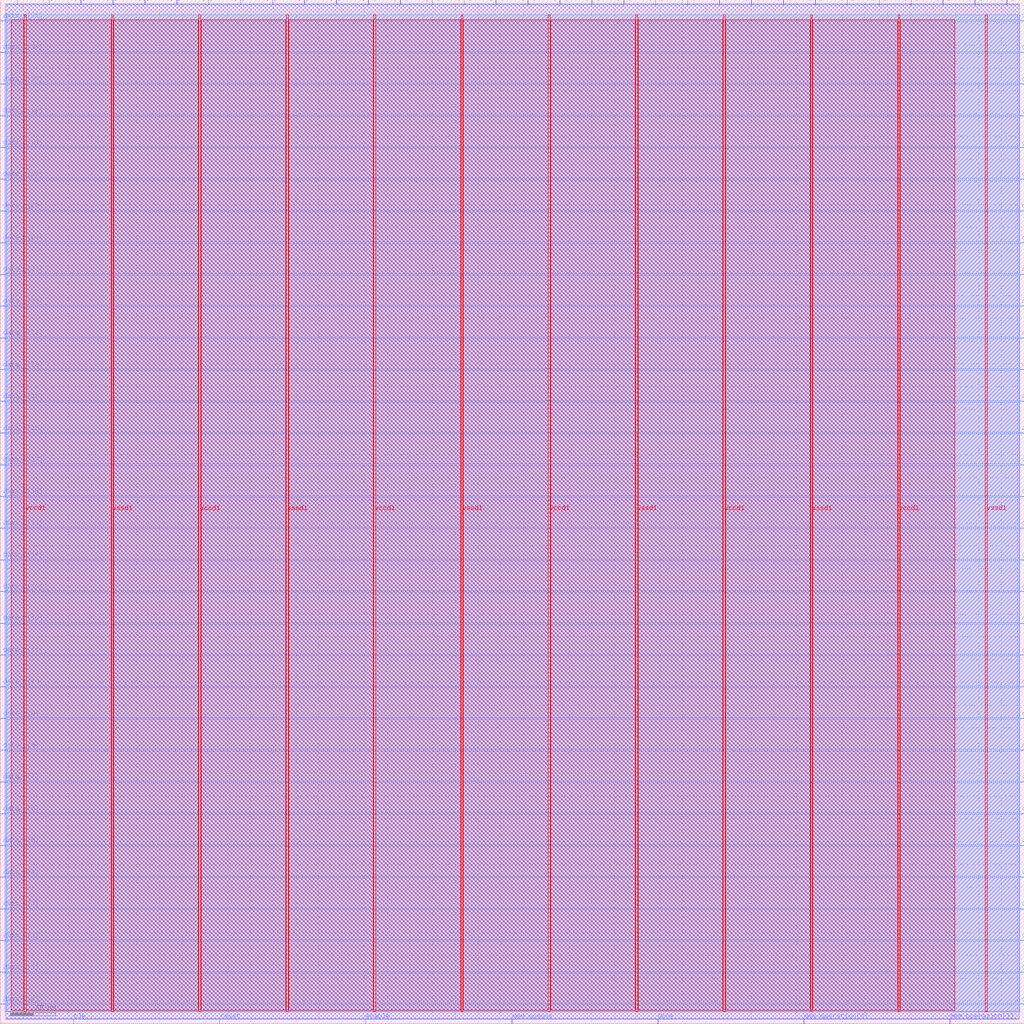
<source format=lef>
VERSION 5.7 ;
  NOWIREEXTENSIONATPIN ON ;
  DIVIDERCHAR "/" ;
  BUSBITCHARS "[]" ;
MACRO Matrix_Multiplication
  CLASS BLOCK ;
  FOREIGN Matrix_Multiplication ;
  ORIGIN 0.000 0.000 ;
  SIZE 900.000 BY 900.000 ;
  PIN addr_o[0]
    DIRECTION OUTPUT TRISTATE ;
    USE SIGNAL ;
    PORT
      LAYER met2 ;
        RECT 14.810 896.000 15.090 900.000 ;
    END
  END addr_o[0]
  PIN addr_o[10]
    DIRECTION OUTPUT TRISTATE ;
    USE SIGNAL ;
    PORT
      LAYER met2 ;
        RECT 295.410 896.000 295.690 900.000 ;
    END
  END addr_o[10]
  PIN addr_o[11]
    DIRECTION OUTPUT TRISTATE ;
    USE SIGNAL ;
    PORT
      LAYER met2 ;
        RECT 323.470 896.000 323.750 900.000 ;
    END
  END addr_o[11]
  PIN addr_o[12]
    DIRECTION OUTPUT TRISTATE ;
    USE SIGNAL ;
    PORT
      LAYER met2 ;
        RECT 351.530 896.000 351.810 900.000 ;
    END
  END addr_o[12]
  PIN addr_o[13]
    DIRECTION OUTPUT TRISTATE ;
    USE SIGNAL ;
    PORT
      LAYER met2 ;
        RECT 379.590 896.000 379.870 900.000 ;
    END
  END addr_o[13]
  PIN addr_o[14]
    DIRECTION OUTPUT TRISTATE ;
    USE SIGNAL ;
    PORT
      LAYER met2 ;
        RECT 407.650 896.000 407.930 900.000 ;
    END
  END addr_o[14]
  PIN addr_o[15]
    DIRECTION OUTPUT TRISTATE ;
    USE SIGNAL ;
    PORT
      LAYER met2 ;
        RECT 435.710 896.000 435.990 900.000 ;
    END
  END addr_o[15]
  PIN addr_o[16]
    DIRECTION OUTPUT TRISTATE ;
    USE SIGNAL ;
    PORT
      LAYER met2 ;
        RECT 463.770 896.000 464.050 900.000 ;
    END
  END addr_o[16]
  PIN addr_o[17]
    DIRECTION OUTPUT TRISTATE ;
    USE SIGNAL ;
    PORT
      LAYER met2 ;
        RECT 491.830 896.000 492.110 900.000 ;
    END
  END addr_o[17]
  PIN addr_o[18]
    DIRECTION OUTPUT TRISTATE ;
    USE SIGNAL ;
    PORT
      LAYER met2 ;
        RECT 519.890 896.000 520.170 900.000 ;
    END
  END addr_o[18]
  PIN addr_o[19]
    DIRECTION OUTPUT TRISTATE ;
    USE SIGNAL ;
    PORT
      LAYER met2 ;
        RECT 547.950 896.000 548.230 900.000 ;
    END
  END addr_o[19]
  PIN addr_o[1]
    DIRECTION OUTPUT TRISTATE ;
    USE SIGNAL ;
    PORT
      LAYER met2 ;
        RECT 42.870 896.000 43.150 900.000 ;
    END
  END addr_o[1]
  PIN addr_o[20]
    DIRECTION OUTPUT TRISTATE ;
    USE SIGNAL ;
    PORT
      LAYER met2 ;
        RECT 576.010 896.000 576.290 900.000 ;
    END
  END addr_o[20]
  PIN addr_o[21]
    DIRECTION OUTPUT TRISTATE ;
    USE SIGNAL ;
    PORT
      LAYER met2 ;
        RECT 604.070 896.000 604.350 900.000 ;
    END
  END addr_o[21]
  PIN addr_o[22]
    DIRECTION OUTPUT TRISTATE ;
    USE SIGNAL ;
    PORT
      LAYER met2 ;
        RECT 632.130 896.000 632.410 900.000 ;
    END
  END addr_o[22]
  PIN addr_o[23]
    DIRECTION OUTPUT TRISTATE ;
    USE SIGNAL ;
    PORT
      LAYER met2 ;
        RECT 660.190 896.000 660.470 900.000 ;
    END
  END addr_o[23]
  PIN addr_o[24]
    DIRECTION OUTPUT TRISTATE ;
    USE SIGNAL ;
    PORT
      LAYER met2 ;
        RECT 688.250 896.000 688.530 900.000 ;
    END
  END addr_o[24]
  PIN addr_o[25]
    DIRECTION OUTPUT TRISTATE ;
    USE SIGNAL ;
    PORT
      LAYER met2 ;
        RECT 716.310 896.000 716.590 900.000 ;
    END
  END addr_o[25]
  PIN addr_o[26]
    DIRECTION OUTPUT TRISTATE ;
    USE SIGNAL ;
    PORT
      LAYER met2 ;
        RECT 744.370 896.000 744.650 900.000 ;
    END
  END addr_o[26]
  PIN addr_o[27]
    DIRECTION OUTPUT TRISTATE ;
    USE SIGNAL ;
    PORT
      LAYER met2 ;
        RECT 772.430 896.000 772.710 900.000 ;
    END
  END addr_o[27]
  PIN addr_o[28]
    DIRECTION OUTPUT TRISTATE ;
    USE SIGNAL ;
    PORT
      LAYER met2 ;
        RECT 800.490 896.000 800.770 900.000 ;
    END
  END addr_o[28]
  PIN addr_o[29]
    DIRECTION OUTPUT TRISTATE ;
    USE SIGNAL ;
    PORT
      LAYER met2 ;
        RECT 828.550 896.000 828.830 900.000 ;
    END
  END addr_o[29]
  PIN addr_o[2]
    DIRECTION OUTPUT TRISTATE ;
    USE SIGNAL ;
    PORT
      LAYER met2 ;
        RECT 70.930 896.000 71.210 900.000 ;
    END
  END addr_o[2]
  PIN addr_o[30]
    DIRECTION OUTPUT TRISTATE ;
    USE SIGNAL ;
    PORT
      LAYER met2 ;
        RECT 856.610 896.000 856.890 900.000 ;
    END
  END addr_o[30]
  PIN addr_o[31]
    DIRECTION OUTPUT TRISTATE ;
    USE SIGNAL ;
    PORT
      LAYER met2 ;
        RECT 884.670 896.000 884.950 900.000 ;
    END
  END addr_o[31]
  PIN addr_o[3]
    DIRECTION OUTPUT TRISTATE ;
    USE SIGNAL ;
    PORT
      LAYER met2 ;
        RECT 98.990 896.000 99.270 900.000 ;
    END
  END addr_o[3]
  PIN addr_o[4]
    DIRECTION OUTPUT TRISTATE ;
    USE SIGNAL ;
    PORT
      LAYER met2 ;
        RECT 127.050 896.000 127.330 900.000 ;
    END
  END addr_o[4]
  PIN addr_o[5]
    DIRECTION OUTPUT TRISTATE ;
    USE SIGNAL ;
    PORT
      LAYER met2 ;
        RECT 155.110 896.000 155.390 900.000 ;
    END
  END addr_o[5]
  PIN addr_o[6]
    DIRECTION OUTPUT TRISTATE ;
    USE SIGNAL ;
    PORT
      LAYER met2 ;
        RECT 183.170 896.000 183.450 900.000 ;
    END
  END addr_o[6]
  PIN addr_o[7]
    DIRECTION OUTPUT TRISTATE ;
    USE SIGNAL ;
    PORT
      LAYER met2 ;
        RECT 211.230 896.000 211.510 900.000 ;
    END
  END addr_o[7]
  PIN addr_o[8]
    DIRECTION OUTPUT TRISTATE ;
    USE SIGNAL ;
    PORT
      LAYER met2 ;
        RECT 239.290 896.000 239.570 900.000 ;
    END
  END addr_o[8]
  PIN addr_o[9]
    DIRECTION OUTPUT TRISTATE ;
    USE SIGNAL ;
    PORT
      LAYER met2 ;
        RECT 267.350 896.000 267.630 900.000 ;
    END
  END addr_o[9]
  PIN clk
    DIRECTION INPUT ;
    USE SIGNAL ;
    PORT
      LAYER met2 ;
        RECT 64.490 0.000 64.770 4.000 ;
    END
  END clk
  PIN data_i[0]
    DIRECTION INPUT ;
    USE SIGNAL ;
    PORT
      LAYER met3 ;
        RECT 896.000 17.040 900.000 17.640 ;
    END
  END data_i[0]
  PIN data_i[10]
    DIRECTION INPUT ;
    USE SIGNAL ;
    PORT
      LAYER met3 ;
        RECT 896.000 295.840 900.000 296.440 ;
    END
  END data_i[10]
  PIN data_i[11]
    DIRECTION INPUT ;
    USE SIGNAL ;
    PORT
      LAYER met3 ;
        RECT 896.000 323.720 900.000 324.320 ;
    END
  END data_i[11]
  PIN data_i[12]
    DIRECTION INPUT ;
    USE SIGNAL ;
    PORT
      LAYER met3 ;
        RECT 896.000 351.600 900.000 352.200 ;
    END
  END data_i[12]
  PIN data_i[13]
    DIRECTION INPUT ;
    USE SIGNAL ;
    PORT
      LAYER met3 ;
        RECT 896.000 379.480 900.000 380.080 ;
    END
  END data_i[13]
  PIN data_i[14]
    DIRECTION INPUT ;
    USE SIGNAL ;
    PORT
      LAYER met3 ;
        RECT 896.000 407.360 900.000 407.960 ;
    END
  END data_i[14]
  PIN data_i[15]
    DIRECTION INPUT ;
    USE SIGNAL ;
    PORT
      LAYER met3 ;
        RECT 896.000 435.240 900.000 435.840 ;
    END
  END data_i[15]
  PIN data_i[16]
    DIRECTION INPUT ;
    USE SIGNAL ;
    PORT
      LAYER met3 ;
        RECT 896.000 463.120 900.000 463.720 ;
    END
  END data_i[16]
  PIN data_i[17]
    DIRECTION INPUT ;
    USE SIGNAL ;
    PORT
      LAYER met3 ;
        RECT 896.000 491.000 900.000 491.600 ;
    END
  END data_i[17]
  PIN data_i[18]
    DIRECTION INPUT ;
    USE SIGNAL ;
    PORT
      LAYER met3 ;
        RECT 896.000 518.880 900.000 519.480 ;
    END
  END data_i[18]
  PIN data_i[19]
    DIRECTION INPUT ;
    USE SIGNAL ;
    PORT
      LAYER met3 ;
        RECT 896.000 546.760 900.000 547.360 ;
    END
  END data_i[19]
  PIN data_i[1]
    DIRECTION INPUT ;
    USE SIGNAL ;
    PORT
      LAYER met3 ;
        RECT 896.000 44.920 900.000 45.520 ;
    END
  END data_i[1]
  PIN data_i[20]
    DIRECTION INPUT ;
    USE SIGNAL ;
    PORT
      LAYER met3 ;
        RECT 896.000 574.640 900.000 575.240 ;
    END
  END data_i[20]
  PIN data_i[21]
    DIRECTION INPUT ;
    USE SIGNAL ;
    PORT
      LAYER met3 ;
        RECT 896.000 602.520 900.000 603.120 ;
    END
  END data_i[21]
  PIN data_i[22]
    DIRECTION INPUT ;
    USE SIGNAL ;
    PORT
      LAYER met3 ;
        RECT 896.000 630.400 900.000 631.000 ;
    END
  END data_i[22]
  PIN data_i[23]
    DIRECTION INPUT ;
    USE SIGNAL ;
    PORT
      LAYER met3 ;
        RECT 896.000 658.280 900.000 658.880 ;
    END
  END data_i[23]
  PIN data_i[24]
    DIRECTION INPUT ;
    USE SIGNAL ;
    PORT
      LAYER met3 ;
        RECT 896.000 686.160 900.000 686.760 ;
    END
  END data_i[24]
  PIN data_i[25]
    DIRECTION INPUT ;
    USE SIGNAL ;
    PORT
      LAYER met3 ;
        RECT 896.000 714.040 900.000 714.640 ;
    END
  END data_i[25]
  PIN data_i[26]
    DIRECTION INPUT ;
    USE SIGNAL ;
    PORT
      LAYER met3 ;
        RECT 896.000 741.920 900.000 742.520 ;
    END
  END data_i[26]
  PIN data_i[27]
    DIRECTION INPUT ;
    USE SIGNAL ;
    PORT
      LAYER met3 ;
        RECT 896.000 769.800 900.000 770.400 ;
    END
  END data_i[27]
  PIN data_i[28]
    DIRECTION INPUT ;
    USE SIGNAL ;
    PORT
      LAYER met3 ;
        RECT 896.000 797.680 900.000 798.280 ;
    END
  END data_i[28]
  PIN data_i[29]
    DIRECTION INPUT ;
    USE SIGNAL ;
    PORT
      LAYER met3 ;
        RECT 896.000 825.560 900.000 826.160 ;
    END
  END data_i[29]
  PIN data_i[2]
    DIRECTION INPUT ;
    USE SIGNAL ;
    PORT
      LAYER met3 ;
        RECT 896.000 72.800 900.000 73.400 ;
    END
  END data_i[2]
  PIN data_i[30]
    DIRECTION INPUT ;
    USE SIGNAL ;
    PORT
      LAYER met3 ;
        RECT 896.000 853.440 900.000 854.040 ;
    END
  END data_i[30]
  PIN data_i[31]
    DIRECTION INPUT ;
    USE SIGNAL ;
    PORT
      LAYER met3 ;
        RECT 896.000 881.320 900.000 881.920 ;
    END
  END data_i[31]
  PIN data_i[3]
    DIRECTION INPUT ;
    USE SIGNAL ;
    PORT
      LAYER met3 ;
        RECT 896.000 100.680 900.000 101.280 ;
    END
  END data_i[3]
  PIN data_i[4]
    DIRECTION INPUT ;
    USE SIGNAL ;
    PORT
      LAYER met3 ;
        RECT 896.000 128.560 900.000 129.160 ;
    END
  END data_i[4]
  PIN data_i[5]
    DIRECTION INPUT ;
    USE SIGNAL ;
    PORT
      LAYER met3 ;
        RECT 896.000 156.440 900.000 157.040 ;
    END
  END data_i[5]
  PIN data_i[6]
    DIRECTION INPUT ;
    USE SIGNAL ;
    PORT
      LAYER met3 ;
        RECT 896.000 184.320 900.000 184.920 ;
    END
  END data_i[6]
  PIN data_i[7]
    DIRECTION INPUT ;
    USE SIGNAL ;
    PORT
      LAYER met3 ;
        RECT 896.000 212.200 900.000 212.800 ;
    END
  END data_i[7]
  PIN data_i[8]
    DIRECTION INPUT ;
    USE SIGNAL ;
    PORT
      LAYER met3 ;
        RECT 896.000 240.080 900.000 240.680 ;
    END
  END data_i[8]
  PIN data_i[9]
    DIRECTION INPUT ;
    USE SIGNAL ;
    PORT
      LAYER met3 ;
        RECT 896.000 267.960 900.000 268.560 ;
    END
  END data_i[9]
  PIN data_o[0]
    DIRECTION OUTPUT TRISTATE ;
    USE SIGNAL ;
    PORT
      LAYER met3 ;
        RECT 0.000 17.040 4.000 17.640 ;
    END
  END data_o[0]
  PIN data_o[10]
    DIRECTION OUTPUT TRISTATE ;
    USE SIGNAL ;
    PORT
      LAYER met3 ;
        RECT 0.000 295.840 4.000 296.440 ;
    END
  END data_o[10]
  PIN data_o[11]
    DIRECTION OUTPUT TRISTATE ;
    USE SIGNAL ;
    PORT
      LAYER met3 ;
        RECT 0.000 323.720 4.000 324.320 ;
    END
  END data_o[11]
  PIN data_o[12]
    DIRECTION OUTPUT TRISTATE ;
    USE SIGNAL ;
    PORT
      LAYER met3 ;
        RECT 0.000 351.600 4.000 352.200 ;
    END
  END data_o[12]
  PIN data_o[13]
    DIRECTION OUTPUT TRISTATE ;
    USE SIGNAL ;
    PORT
      LAYER met3 ;
        RECT 0.000 379.480 4.000 380.080 ;
    END
  END data_o[13]
  PIN data_o[14]
    DIRECTION OUTPUT TRISTATE ;
    USE SIGNAL ;
    PORT
      LAYER met3 ;
        RECT 0.000 407.360 4.000 407.960 ;
    END
  END data_o[14]
  PIN data_o[15]
    DIRECTION OUTPUT TRISTATE ;
    USE SIGNAL ;
    PORT
      LAYER met3 ;
        RECT 0.000 435.240 4.000 435.840 ;
    END
  END data_o[15]
  PIN data_o[16]
    DIRECTION OUTPUT TRISTATE ;
    USE SIGNAL ;
    PORT
      LAYER met3 ;
        RECT 0.000 463.120 4.000 463.720 ;
    END
  END data_o[16]
  PIN data_o[17]
    DIRECTION OUTPUT TRISTATE ;
    USE SIGNAL ;
    PORT
      LAYER met3 ;
        RECT 0.000 491.000 4.000 491.600 ;
    END
  END data_o[17]
  PIN data_o[18]
    DIRECTION OUTPUT TRISTATE ;
    USE SIGNAL ;
    PORT
      LAYER met3 ;
        RECT 0.000 518.880 4.000 519.480 ;
    END
  END data_o[18]
  PIN data_o[19]
    DIRECTION OUTPUT TRISTATE ;
    USE SIGNAL ;
    PORT
      LAYER met3 ;
        RECT 0.000 546.760 4.000 547.360 ;
    END
  END data_o[19]
  PIN data_o[1]
    DIRECTION OUTPUT TRISTATE ;
    USE SIGNAL ;
    PORT
      LAYER met3 ;
        RECT 0.000 44.920 4.000 45.520 ;
    END
  END data_o[1]
  PIN data_o[20]
    DIRECTION OUTPUT TRISTATE ;
    USE SIGNAL ;
    PORT
      LAYER met3 ;
        RECT 0.000 574.640 4.000 575.240 ;
    END
  END data_o[20]
  PIN data_o[21]
    DIRECTION OUTPUT TRISTATE ;
    USE SIGNAL ;
    PORT
      LAYER met3 ;
        RECT 0.000 602.520 4.000 603.120 ;
    END
  END data_o[21]
  PIN data_o[22]
    DIRECTION OUTPUT TRISTATE ;
    USE SIGNAL ;
    PORT
      LAYER met3 ;
        RECT 0.000 630.400 4.000 631.000 ;
    END
  END data_o[22]
  PIN data_o[23]
    DIRECTION OUTPUT TRISTATE ;
    USE SIGNAL ;
    PORT
      LAYER met3 ;
        RECT 0.000 658.280 4.000 658.880 ;
    END
  END data_o[23]
  PIN data_o[24]
    DIRECTION OUTPUT TRISTATE ;
    USE SIGNAL ;
    PORT
      LAYER met3 ;
        RECT 0.000 686.160 4.000 686.760 ;
    END
  END data_o[24]
  PIN data_o[25]
    DIRECTION OUTPUT TRISTATE ;
    USE SIGNAL ;
    PORT
      LAYER met3 ;
        RECT 0.000 714.040 4.000 714.640 ;
    END
  END data_o[25]
  PIN data_o[26]
    DIRECTION OUTPUT TRISTATE ;
    USE SIGNAL ;
    PORT
      LAYER met3 ;
        RECT 0.000 741.920 4.000 742.520 ;
    END
  END data_o[26]
  PIN data_o[27]
    DIRECTION OUTPUT TRISTATE ;
    USE SIGNAL ;
    PORT
      LAYER met3 ;
        RECT 0.000 769.800 4.000 770.400 ;
    END
  END data_o[27]
  PIN data_o[28]
    DIRECTION OUTPUT TRISTATE ;
    USE SIGNAL ;
    PORT
      LAYER met3 ;
        RECT 0.000 797.680 4.000 798.280 ;
    END
  END data_o[28]
  PIN data_o[29]
    DIRECTION OUTPUT TRISTATE ;
    USE SIGNAL ;
    PORT
      LAYER met3 ;
        RECT 0.000 825.560 4.000 826.160 ;
    END
  END data_o[29]
  PIN data_o[2]
    DIRECTION OUTPUT TRISTATE ;
    USE SIGNAL ;
    PORT
      LAYER met3 ;
        RECT 0.000 72.800 4.000 73.400 ;
    END
  END data_o[2]
  PIN data_o[30]
    DIRECTION OUTPUT TRISTATE ;
    USE SIGNAL ;
    PORT
      LAYER met3 ;
        RECT 0.000 853.440 4.000 854.040 ;
    END
  END data_o[30]
  PIN data_o[31]
    DIRECTION OUTPUT TRISTATE ;
    USE SIGNAL ;
    PORT
      LAYER met3 ;
        RECT 0.000 881.320 4.000 881.920 ;
    END
  END data_o[31]
  PIN data_o[3]
    DIRECTION OUTPUT TRISTATE ;
    USE SIGNAL ;
    PORT
      LAYER met3 ;
        RECT 0.000 100.680 4.000 101.280 ;
    END
  END data_o[3]
  PIN data_o[4]
    DIRECTION OUTPUT TRISTATE ;
    USE SIGNAL ;
    PORT
      LAYER met3 ;
        RECT 0.000 128.560 4.000 129.160 ;
    END
  END data_o[4]
  PIN data_o[5]
    DIRECTION OUTPUT TRISTATE ;
    USE SIGNAL ;
    PORT
      LAYER met3 ;
        RECT 0.000 156.440 4.000 157.040 ;
    END
  END data_o[5]
  PIN data_o[6]
    DIRECTION OUTPUT TRISTATE ;
    USE SIGNAL ;
    PORT
      LAYER met3 ;
        RECT 0.000 184.320 4.000 184.920 ;
    END
  END data_o[6]
  PIN data_o[7]
    DIRECTION OUTPUT TRISTATE ;
    USE SIGNAL ;
    PORT
      LAYER met3 ;
        RECT 0.000 212.200 4.000 212.800 ;
    END
  END data_o[7]
  PIN data_o[8]
    DIRECTION OUTPUT TRISTATE ;
    USE SIGNAL ;
    PORT
      LAYER met3 ;
        RECT 0.000 240.080 4.000 240.680 ;
    END
  END data_o[8]
  PIN data_o[9]
    DIRECTION OUTPUT TRISTATE ;
    USE SIGNAL ;
    PORT
      LAYER met3 ;
        RECT 0.000 267.960 4.000 268.560 ;
    END
  END data_o[9]
  PIN done
    DIRECTION OUTPUT TRISTATE ;
    USE SIGNAL ;
    PORT
      LAYER met2 ;
        RECT 577.850 0.000 578.130 4.000 ;
    END
  END done
  PIN enable
    DIRECTION INPUT ;
    USE SIGNAL ;
    PORT
      LAYER met2 ;
        RECT 321.170 0.000 321.450 4.000 ;
    END
  END enable
  PIN mem_opdone
    DIRECTION INPUT ;
    USE SIGNAL ;
    PORT
      LAYER met2 ;
        RECT 449.510 0.000 449.790 4.000 ;
    END
  END mem_opdone
  PIN mem_operation[0]
    DIRECTION OUTPUT TRISTATE ;
    USE SIGNAL ;
    PORT
      LAYER met2 ;
        RECT 706.190 0.000 706.470 4.000 ;
    END
  END mem_operation[0]
  PIN mem_operation[1]
    DIRECTION OUTPUT TRISTATE ;
    USE SIGNAL ;
    PORT
      LAYER met2 ;
        RECT 834.530 0.000 834.810 4.000 ;
    END
  END mem_operation[1]
  PIN reset
    DIRECTION INPUT ;
    USE SIGNAL ;
    PORT
      LAYER met2 ;
        RECT 192.830 0.000 193.110 4.000 ;
    END
  END reset
  PIN vccd1
    DIRECTION INOUT ;
    USE POWER ;
    PORT
      LAYER met4 ;
        RECT 21.040 10.640 22.640 886.960 ;
    END
    PORT
      LAYER met4 ;
        RECT 174.640 10.640 176.240 886.960 ;
    END
    PORT
      LAYER met4 ;
        RECT 328.240 10.640 329.840 886.960 ;
    END
    PORT
      LAYER met4 ;
        RECT 481.840 10.640 483.440 886.960 ;
    END
    PORT
      LAYER met4 ;
        RECT 635.440 10.640 637.040 886.960 ;
    END
    PORT
      LAYER met4 ;
        RECT 789.040 10.640 790.640 886.960 ;
    END
  END vccd1
  PIN vssd1
    DIRECTION INOUT ;
    USE GROUND ;
    PORT
      LAYER met4 ;
        RECT 97.840 10.640 99.440 886.960 ;
    END
    PORT
      LAYER met4 ;
        RECT 251.440 10.640 253.040 886.960 ;
    END
    PORT
      LAYER met4 ;
        RECT 405.040 10.640 406.640 886.960 ;
    END
    PORT
      LAYER met4 ;
        RECT 558.640 10.640 560.240 886.960 ;
    END
    PORT
      LAYER met4 ;
        RECT 712.240 10.640 713.840 886.960 ;
    END
    PORT
      LAYER met4 ;
        RECT 865.840 10.640 867.440 886.960 ;
    END
  END vssd1
  OBS
      LAYER li1 ;
        RECT 5.520 10.795 894.240 886.805 ;
      LAYER met1 ;
        RECT 4.670 4.460 895.550 896.540 ;
      LAYER met2 ;
        RECT 4.690 895.720 14.530 896.650 ;
        RECT 15.370 895.720 42.590 896.650 ;
        RECT 43.430 895.720 70.650 896.650 ;
        RECT 71.490 895.720 98.710 896.650 ;
        RECT 99.550 895.720 126.770 896.650 ;
        RECT 127.610 895.720 154.830 896.650 ;
        RECT 155.670 895.720 182.890 896.650 ;
        RECT 183.730 895.720 210.950 896.650 ;
        RECT 211.790 895.720 239.010 896.650 ;
        RECT 239.850 895.720 267.070 896.650 ;
        RECT 267.910 895.720 295.130 896.650 ;
        RECT 295.970 895.720 323.190 896.650 ;
        RECT 324.030 895.720 351.250 896.650 ;
        RECT 352.090 895.720 379.310 896.650 ;
        RECT 380.150 895.720 407.370 896.650 ;
        RECT 408.210 895.720 435.430 896.650 ;
        RECT 436.270 895.720 463.490 896.650 ;
        RECT 464.330 895.720 491.550 896.650 ;
        RECT 492.390 895.720 519.610 896.650 ;
        RECT 520.450 895.720 547.670 896.650 ;
        RECT 548.510 895.720 575.730 896.650 ;
        RECT 576.570 895.720 603.790 896.650 ;
        RECT 604.630 895.720 631.850 896.650 ;
        RECT 632.690 895.720 659.910 896.650 ;
        RECT 660.750 895.720 687.970 896.650 ;
        RECT 688.810 895.720 716.030 896.650 ;
        RECT 716.870 895.720 744.090 896.650 ;
        RECT 744.930 895.720 772.150 896.650 ;
        RECT 772.990 895.720 800.210 896.650 ;
        RECT 801.050 895.720 828.270 896.650 ;
        RECT 829.110 895.720 856.330 896.650 ;
        RECT 857.170 895.720 884.390 896.650 ;
        RECT 885.230 895.720 895.530 896.650 ;
        RECT 4.690 4.280 895.530 895.720 ;
        RECT 4.690 4.000 64.210 4.280 ;
        RECT 65.050 4.000 192.550 4.280 ;
        RECT 193.390 4.000 320.890 4.280 ;
        RECT 321.730 4.000 449.230 4.280 ;
        RECT 450.070 4.000 577.570 4.280 ;
        RECT 578.410 4.000 705.910 4.280 ;
        RECT 706.750 4.000 834.250 4.280 ;
        RECT 835.090 4.000 895.530 4.280 ;
      LAYER met3 ;
        RECT 4.000 882.320 896.000 886.885 ;
        RECT 4.400 880.920 895.600 882.320 ;
        RECT 4.000 854.440 896.000 880.920 ;
        RECT 4.400 853.040 895.600 854.440 ;
        RECT 4.000 826.560 896.000 853.040 ;
        RECT 4.400 825.160 895.600 826.560 ;
        RECT 4.000 798.680 896.000 825.160 ;
        RECT 4.400 797.280 895.600 798.680 ;
        RECT 4.000 770.800 896.000 797.280 ;
        RECT 4.400 769.400 895.600 770.800 ;
        RECT 4.000 742.920 896.000 769.400 ;
        RECT 4.400 741.520 895.600 742.920 ;
        RECT 4.000 715.040 896.000 741.520 ;
        RECT 4.400 713.640 895.600 715.040 ;
        RECT 4.000 687.160 896.000 713.640 ;
        RECT 4.400 685.760 895.600 687.160 ;
        RECT 4.000 659.280 896.000 685.760 ;
        RECT 4.400 657.880 895.600 659.280 ;
        RECT 4.000 631.400 896.000 657.880 ;
        RECT 4.400 630.000 895.600 631.400 ;
        RECT 4.000 603.520 896.000 630.000 ;
        RECT 4.400 602.120 895.600 603.520 ;
        RECT 4.000 575.640 896.000 602.120 ;
        RECT 4.400 574.240 895.600 575.640 ;
        RECT 4.000 547.760 896.000 574.240 ;
        RECT 4.400 546.360 895.600 547.760 ;
        RECT 4.000 519.880 896.000 546.360 ;
        RECT 4.400 518.480 895.600 519.880 ;
        RECT 4.000 492.000 896.000 518.480 ;
        RECT 4.400 490.600 895.600 492.000 ;
        RECT 4.000 464.120 896.000 490.600 ;
        RECT 4.400 462.720 895.600 464.120 ;
        RECT 4.000 436.240 896.000 462.720 ;
        RECT 4.400 434.840 895.600 436.240 ;
        RECT 4.000 408.360 896.000 434.840 ;
        RECT 4.400 406.960 895.600 408.360 ;
        RECT 4.000 380.480 896.000 406.960 ;
        RECT 4.400 379.080 895.600 380.480 ;
        RECT 4.000 352.600 896.000 379.080 ;
        RECT 4.400 351.200 895.600 352.600 ;
        RECT 4.000 324.720 896.000 351.200 ;
        RECT 4.400 323.320 895.600 324.720 ;
        RECT 4.000 296.840 896.000 323.320 ;
        RECT 4.400 295.440 895.600 296.840 ;
        RECT 4.000 268.960 896.000 295.440 ;
        RECT 4.400 267.560 895.600 268.960 ;
        RECT 4.000 241.080 896.000 267.560 ;
        RECT 4.400 239.680 895.600 241.080 ;
        RECT 4.000 213.200 896.000 239.680 ;
        RECT 4.400 211.800 895.600 213.200 ;
        RECT 4.000 185.320 896.000 211.800 ;
        RECT 4.400 183.920 895.600 185.320 ;
        RECT 4.000 157.440 896.000 183.920 ;
        RECT 4.400 156.040 895.600 157.440 ;
        RECT 4.000 129.560 896.000 156.040 ;
        RECT 4.400 128.160 895.600 129.560 ;
        RECT 4.000 101.680 896.000 128.160 ;
        RECT 4.400 100.280 895.600 101.680 ;
        RECT 4.000 73.800 896.000 100.280 ;
        RECT 4.400 72.400 895.600 73.800 ;
        RECT 4.000 45.920 896.000 72.400 ;
        RECT 4.400 44.520 895.600 45.920 ;
        RECT 4.000 18.040 896.000 44.520 ;
        RECT 4.400 16.640 895.600 18.040 ;
        RECT 4.000 10.715 896.000 16.640 ;
      LAYER met4 ;
        RECT 9.495 11.735 20.640 882.465 ;
        RECT 23.040 11.735 97.440 882.465 ;
        RECT 99.840 11.735 174.240 882.465 ;
        RECT 176.640 11.735 251.040 882.465 ;
        RECT 253.440 11.735 327.840 882.465 ;
        RECT 330.240 11.735 404.640 882.465 ;
        RECT 407.040 11.735 481.440 882.465 ;
        RECT 483.840 11.735 558.240 882.465 ;
        RECT 560.640 11.735 635.040 882.465 ;
        RECT 637.440 11.735 711.840 882.465 ;
        RECT 714.240 11.735 788.640 882.465 ;
        RECT 791.040 11.735 838.745 882.465 ;
  END
END Matrix_Multiplication
END LIBRARY


</source>
